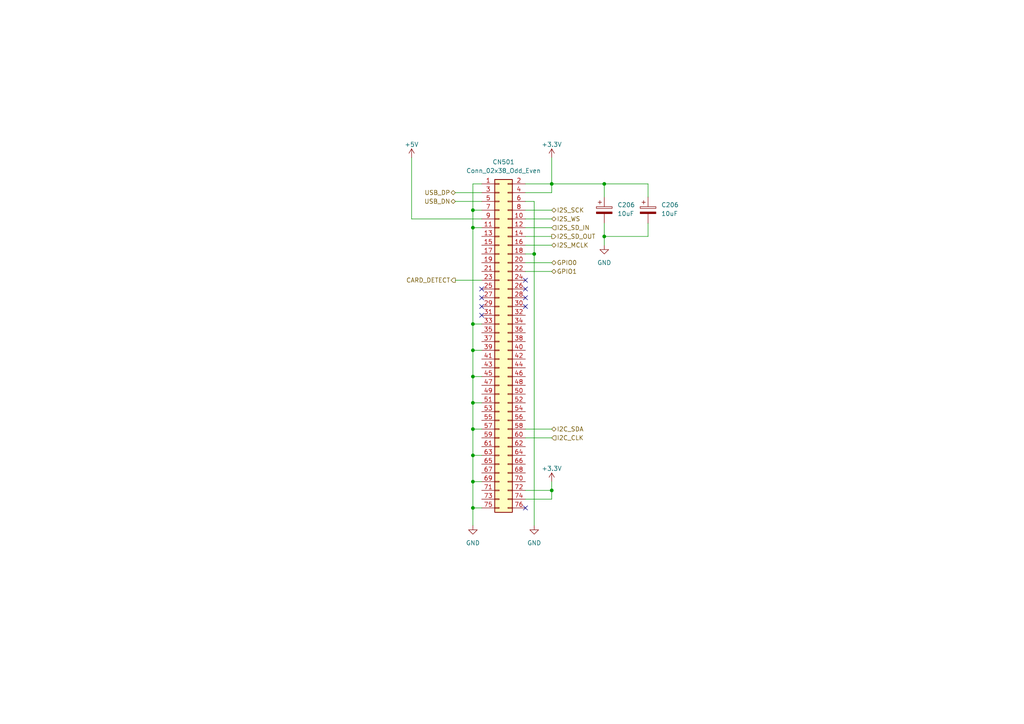
<source format=kicad_sch>
(kicad_sch (version 20230121) (generator eeschema)
  (paper "A4")
  (title_block (title "STM32 USB Audio Interface - SubBoard Connector") (date "2023-04-15") (rev "A"))
  (lib_symbols
    (symbol "Connector_Generic:Conn_02x38_Odd_Even" (pin_names (offset 1.016) hide)
      (property "Reference" "J" (at 1.27 48.26 0))
      (property "Value" "Conn_02x38_Odd_Even" (at 1.27 -50.8 0))
      (symbol "Conn_02x38_Odd_Even_1_1"
        (rectangle (start -1.27 -48.133) (end 0 -48.387) (stroke (width 0.1524)))
        (rectangle (start -1.27 -45.593) (end 0 -45.847) (stroke (width 0.1524)))
        (rectangle (start -1.27 -43.053) (end 0 -43.307) (stroke (width 0.1524)))
        (rectangle (start -1.27 -40.513) (end 0 -40.767) (stroke (width 0.1524)))
        (rectangle (start -1.27 -37.973) (end 0 -38.227) (stroke (width 0.1524)))
        (rectangle (start -1.27 -35.433) (end 0 -35.687) (stroke (width 0.1524)))
        (rectangle (start -1.27 -32.893) (end 0 -33.147) (stroke (width 0.1524)))
        (rectangle (start -1.27 -30.353) (end 0 -30.607) (stroke (width 0.1524)))
        (rectangle (start -1.27 -27.813) (end 0 -28.067) (stroke (width 0.1524)))
        (rectangle (start -1.27 -25.273) (end 0 -25.527) (stroke (width 0.1524)))
        (rectangle (start -1.27 -22.733) (end 0 -22.987) (stroke (width 0.1524)))
        (rectangle (start -1.27 -20.193) (end 0 -20.447) (stroke (width 0.1524)))
        (rectangle (start -1.27 -17.653) (end 0 -17.907) (stroke (width 0.1524)))
        (rectangle (start -1.27 -15.113) (end 0 -15.367) (stroke (width 0.1524)))
        (rectangle (start -1.27 -12.573) (end 0 -12.827) (stroke (width 0.1524)))
        (rectangle (start -1.27 -10.033) (end 0 -10.287) (stroke (width 0.1524)))
        (rectangle (start -1.27 -7.493) (end 0 -7.747) (stroke (width 0.1524)))
        (rectangle (start -1.27 -4.953) (end 0 -5.207) (stroke (width 0.1524)))
        (rectangle (start -1.27 -2.413) (end 0 -2.667) (stroke (width 0.1524)))
        (rectangle (start -1.27 0.127) (end 0 -0.127) (stroke (width 0.1524)))
        (rectangle (start -1.27 2.667) (end 0 2.413) (stroke (width 0.1524)))
        (rectangle (start -1.27 5.207) (end 0 4.953) (stroke (width 0.1524)))
        (rectangle (start -1.27 7.747) (end 0 7.493) (stroke (width 0.1524)))
        (rectangle (start -1.27 10.287) (end 0 10.033) (stroke (width 0.1524)))
        (rectangle (start -1.27 12.827) (end 0 12.573) (stroke (width 0.1524)))
        (rectangle (start -1.27 15.367) (end 0 15.113) (stroke (width 0.1524)))
        (rectangle (start -1.27 17.907) (end 0 17.653) (stroke (width 0.1524)))
        (rectangle (start -1.27 20.447) (end 0 20.193) (stroke (width 0.1524)))
        (rectangle (start -1.27 22.987) (end 0 22.733) (stroke (width 0.1524)))
        (rectangle (start -1.27 25.527) (end 0 25.273) (stroke (width 0.1524)))
        (rectangle (start -1.27 28.067) (end 0 27.813) (stroke (width 0.1524)))
        (rectangle (start -1.27 30.607) (end 0 30.353) (stroke (width 0.1524)))
        (rectangle (start -1.27 33.147) (end 0 32.893) (stroke (width 0.1524)))
        (rectangle (start -1.27 35.687) (end 0 35.433) (stroke (width 0.1524)))
        (rectangle (start -1.27 38.227) (end 0 37.973) (stroke (width 0.1524)))
        (rectangle (start -1.27 40.767) (end 0 40.513) (stroke (width 0.1524)))
        (rectangle (start -1.27 43.307) (end 0 43.053) (stroke (width 0.1524)))
        (rectangle (start -1.27 45.847) (end 0 45.593) (stroke (width 0.1524)))
        (rectangle (start -1.27 46.99) (end 3.81 -49.53) (stroke (width 0.254)) (fill (type background)))
        (rectangle (start 3.81 -48.133) (end 2.54 -48.387) (stroke (width 0.1524)))
        (rectangle (start 3.81 -45.593) (end 2.54 -45.847) (stroke (width 0.1524)))
        (rectangle (start 3.81 -43.053) (end 2.54 -43.307) (stroke (width 0.1524)))
        (rectangle (start 3.81 -40.513) (end 2.54 -40.767) (stroke (width 0.1524)))
        (rectangle (start 3.81 -37.973) (end 2.54 -38.227) (stroke (width 0.1524)))
        (rectangle (start 3.81 -35.433) (end 2.54 -35.687) (stroke (width 0.1524)))
        (rectangle (start 3.81 -32.893) (end 2.54 -33.147) (stroke (width 0.1524)))
        (rectangle (start 3.81 -30.353) (end 2.54 -30.607) (stroke (width 0.1524)))
        (rectangle (start 3.81 -27.813) (end 2.54 -28.067) (stroke (width 0.1524)))
        (rectangle (start 3.81 -25.273) (end 2.54 -25.527) (stroke (width 0.1524)))
        (rectangle (start 3.81 -22.733) (end 2.54 -22.987) (stroke (width 0.1524)))
        (rectangle (start 3.81 -20.193) (end 2.54 -20.447) (stroke (width 0.1524)))
        (rectangle (start 3.81 -17.653) (end 2.54 -17.907) (stroke (width 0.1524)))
        (rectangle (start 3.81 -15.113) (end 2.54 -15.367) (stroke (width 0.1524)))
        (rectangle (start 3.81 -12.573) (end 2.54 -12.827) (stroke (width 0.1524)))
        (rectangle (start 3.81 -10.033) (end 2.54 -10.287) (stroke (width 0.1524)))
        (rectangle (start 3.81 -7.493) (end 2.54 -7.747) (stroke (width 0.1524)))
        (rectangle (start 3.81 -4.953) (end 2.54 -5.207) (stroke (width 0.1524)))
        (rectangle (start 3.81 -2.413) (end 2.54 -2.667) (stroke (width 0.1524)))
        (rectangle (start 3.81 0.127) (end 2.54 -0.127) (stroke (width 0.1524)))
        (rectangle (start 3.81 2.667) (end 2.54 2.413) (stroke (width 0.1524)))
        (rectangle (start 3.81 5.207) (end 2.54 4.953) (stroke (width 0.1524)))
        (rectangle (start 3.81 7.747) (end 2.54 7.493) (stroke (width 0.1524)))
        (rectangle (start 3.81 10.287) (end 2.54 10.033) (stroke (width 0.1524)))
        (rectangle (start 3.81 12.827) (end 2.54 12.573) (stroke (width 0.1524)))
        (rectangle (start 3.81 15.367) (end 2.54 15.113) (stroke (width 0.1524)))
        (rectangle (start 3.81 17.907) (end 2.54 17.653) (stroke (width 0.1524)))
        (rectangle (start 3.81 20.447) (end 2.54 20.193) (stroke (width 0.1524)))
        (rectangle (start 3.81 22.987) (end 2.54 22.733) (stroke (width 0.1524)))
        (rectangle (start 3.81 25.527) (end 2.54 25.273) (stroke (width 0.1524)))
        (rectangle (start 3.81 28.067) (end 2.54 27.813) (stroke (width 0.1524)))
        (rectangle (start 3.81 30.607) (end 2.54 30.353) (stroke (width 0.1524)))
        (rectangle (start 3.81 33.147) (end 2.54 32.893) (stroke (width 0.1524)))
        (rectangle (start 3.81 35.687) (end 2.54 35.433) (stroke (width 0.1524)))
        (rectangle (start 3.81 38.227) (end 2.54 37.973) (stroke (width 0.1524)))
        (rectangle (start 3.81 40.767) (end 2.54 40.513) (stroke (width 0.1524)))
        (rectangle (start 3.81 43.307) (end 2.54 43.053) (stroke (width 0.1524)))
        (rectangle (start 3.81 45.847) (end 2.54 45.593) (stroke (width 0.1524)))
        (pin passive line (at -5.08 45.72 0) (length 3.81) (name "Pin_1") (number "1"))
        (pin passive line (at 7.62 35.56 180) (length 3.81) (name "Pin_10") (number "10"))
        (pin passive line (at -5.08 33.02 0) (length 3.81) (name "Pin_11") (number "11"))
        (pin passive line (at 7.62 33.02 180) (length 3.81) (name "Pin_12") (number "12"))
        (pin passive line (at -5.08 30.48 0) (length 3.81) (name "Pin_13") (number "13"))
        (pin passive line (at 7.62 30.48 180) (length 3.81) (name "Pin_14") (number "14"))
        (pin passive line (at -5.08 27.94 0) (length 3.81) (name "Pin_15") (number "15"))
        (pin passive line (at 7.62 27.94 180) (length 3.81) (name "Pin_16") (number "16"))
        (pin passive line (at -5.08 25.4 0) (length 3.81) (name "Pin_17") (number "17"))
        (pin passive line (at 7.62 25.4 180) (length 3.81) (name "Pin_18") (number "18"))
        (pin passive line (at -5.08 22.86 0) (length 3.81) (name "Pin_19") (number "19"))
        (pin passive line (at 7.62 45.72 180) (length 3.81) (name "Pin_2") (number "2"))
        (pin passive line (at 7.62 22.86 180) (length 3.81) (name "Pin_20") (number "20"))
        (pin passive line (at -5.08 20.32 0) (length 3.81) (name "Pin_21") (number "21"))
        (pin passive line (at 7.62 20.32 180) (length 3.81) (name "Pin_22") (number "22"))
        (pin passive line (at -5.08 17.78 0) (length 3.81) (name "Pin_23") (number "23"))
        (pin passive line (at 7.62 17.78 180) (length 3.81) (name "Pin_24") (number "24"))
        (pin passive line (at -5.08 15.24 0) (length 3.81) (name "Pin_25") (number "25"))
        (pin passive line (at 7.62 15.24 180) (length 3.81) (name "Pin_26") (number "26"))
        (pin passive line (at -5.08 12.7 0) (length 3.81) (name "Pin_27") (number "27"))
        (pin passive line (at 7.62 12.7 180) (length 3.81) (name "Pin_28") (number "28"))
        (pin passive line (at -5.08 10.16 0) (length 3.81) (name "Pin_29") (number "29"))
        (pin passive line (at -5.08 43.18 0) (length 3.81) (name "Pin_3") (number "3"))
        (pin passive line (at 7.62 10.16 180) (length 3.81) (name "Pin_30") (number "30"))
        (pin passive line (at -5.08 7.62 0) (length 3.81) (name "Pin_31") (number "31"))
        (pin passive line (at 7.62 7.62 180) (length 3.81) (name "Pin_32") (number "32"))
        (pin passive line (at -5.08 5.08 0) (length 3.81) (name "Pin_33") (number "33"))
        (pin passive line (at 7.62 5.08 180) (length 3.81) (name "Pin_34") (number "34"))
        (pin passive line (at -5.08 2.54 0) (length 3.81) (name "Pin_35") (number "35"))
        (pin passive line (at 7.62 2.54 180) (length 3.81) (name "Pin_36") (number "36"))
        (pin passive line (at -5.08 0 0) (length 3.81) (name "Pin_37") (number "37"))
        (pin passive line (at 7.62 0 180) (length 3.81) (name "Pin_38") (number "38"))
        (pin passive line (at -5.08 -2.54 0) (length 3.81) (name "Pin_39") (number "39"))
        (pin passive line (at 7.62 43.18 180) (length 3.81) (name "Pin_4") (number "4"))
        (pin passive line (at 7.62 -2.54 180) (length 3.81) (name "Pin_40") (number "40"))
        (pin passive line (at -5.08 -5.08 0) (length 3.81) (name "Pin_41") (number "41"))
        (pin passive line (at 7.62 -5.08 180) (length 3.81) (name "Pin_42") (number "42"))
        (pin passive line (at -5.08 -7.62 0) (length 3.81) (name "Pin_43") (number "43"))
        (pin passive line (at 7.62 -7.62 180) (length 3.81) (name "Pin_44") (number "44"))
        (pin passive line (at -5.08 -10.16 0) (length 3.81) (name "Pin_45") (number "45"))
        (pin passive line (at 7.62 -10.16 180) (length 3.81) (name "Pin_46") (number "46"))
        (pin passive line (at -5.08 -12.7 0) (length 3.81) (name "Pin_47") (number "47"))
        (pin passive line (at 7.62 -12.7 180) (length 3.81) (name "Pin_48") (number "48"))
        (pin passive line (at -5.08 -15.24 0) (length 3.81) (name "Pin_49") (number "49"))
        (pin passive line (at -5.08 40.64 0) (length 3.81) (name "Pin_5") (number "5"))
        (pin passive line (at 7.62 -15.24 180) (length 3.81) (name "Pin_50") (number "50"))
        (pin passive line (at -5.08 -17.78 0) (length 3.81) (name "Pin_51") (number "51"))
        (pin passive line (at 7.62 -17.78 180) (length 3.81) (name "Pin_52") (number "52"))
        (pin passive line (at -5.08 -20.32 0) (length 3.81) (name "Pin_53") (number "53"))
        (pin passive line (at 7.62 -20.32 180) (length 3.81) (name "Pin_54") (number "54"))
        (pin passive line (at -5.08 -22.86 0) (length 3.81) (name "Pin_55") (number "55"))
        (pin passive line (at 7.62 -22.86 180) (length 3.81) (name "Pin_56") (number "56"))
        (pin passive line (at -5.08 -25.4 0) (length 3.81) (name "Pin_57") (number "57"))
        (pin passive line (at 7.62 -25.4 180) (length 3.81) (name "Pin_58") (number "58"))
        (pin passive line (at -5.08 -27.94 0) (length 3.81) (name "Pin_59") (number "59"))
        (pin passive line (at 7.62 40.64 180) (length 3.81) (name "Pin_6") (number "6"))
        (pin passive line (at 7.62 -27.94 180) (length 3.81) (name "Pin_60") (number "60"))
        (pin passive line (at -5.08 -30.48 0) (length 3.81) (name "Pin_61") (number "61"))
        (pin passive line (at 7.62 -30.48 180) (length 3.81) (name "Pin_62") (number "62"))
        (pin passive line (at -5.08 -33.02 0) (length 3.81) (name "Pin_63") (number "63"))
        (pin passive line (at 7.62 -33.02 180) (length 3.81) (name "Pin_64") (number "64"))
        (pin passive line (at -5.08 -35.56 0) (length 3.81) (name "Pin_65") (number "65"))
        (pin passive line (at 7.62 -35.56 180) (length 3.81) (name "Pin_66") (number "66"))
        (pin passive line (at -5.08 -38.1 0) (length 3.81) (name "Pin_67") (number "67"))
        (pin passive line (at 7.62 -38.1 180) (length 3.81) (name "Pin_68") (number "68"))
        (pin passive line (at -5.08 -40.64 0) (length 3.81) (name "Pin_69") (number "69"))
        (pin passive line (at -5.08 38.1 0) (length 3.81) (name "Pin_7") (number "7"))
        (pin passive line (at 7.62 -40.64 180) (length 3.81) (name "Pin_70") (number "70"))
        (pin passive line (at -5.08 -43.18 0) (length 3.81) (name "Pin_71") (number "71"))
        (pin passive line (at 7.62 -43.18 180) (length 3.81) (name "Pin_72") (number "72"))
        (pin passive line (at -5.08 -45.72 0) (length 3.81) (name "Pin_73") (number "73"))
        (pin passive line (at 7.62 -45.72 180) (length 3.81) (name "Pin_74") (number "74"))
        (pin passive line (at -5.08 -48.26 0) (length 3.81) (name "Pin_75") (number "75"))
        (pin passive line (at 7.62 -48.26 180) (length 3.81) (name "Pin_76") (number "76"))
        (pin passive line (at 7.62 38.1 180) (length 3.81) (name "Pin_8") (number "8"))
        (pin passive line (at -5.08 35.56 0) (length 3.81) (name "Pin_9") (number "9"))
      )
    )
    (symbol "Device:C_Polarized" (pin_numbers hide) (pin_names (offset 0.254))
      (property "Reference" "C" (at 0.635 2.54 0))
      (property "Value" "C_Polarized" (at 0.635 -2.54 0))
      (symbol "C_Polarized_0_1"
        (rectangle (start -2.286 0.508) (end 2.286 1.016))
        (polyline (pts (xy -1.778 2.286) (xy -0.762 2.286)))
        (polyline (pts (xy -1.27 2.794) (xy -1.27 1.778)))
        (rectangle (start 2.286 -0.508) (end -2.286 -1.016) (fill (type outline)))
      )
      (symbol "C_Polarized_1_1"
        (pin passive line (at 0 3.81 270) (length 2.794) (name "~") (number "1"))
        (pin passive line (at 0 -3.81 90) (length 2.794) (name "~") (number "2"))
      )
    )
    (symbol "power:+3.3V" (power) (pin_names (offset 0))
      (property "Value" "+3.3V" (at 0 3.556 0))
      (symbol "+3.3V_0_1"
        (polyline (pts (xy -0.762 1.27) (xy 0 2.54)))
        (polyline (pts (xy 0 0) (xy 0 2.54)))
        (polyline (pts (xy 0 2.54) (xy 0.762 1.27)))
      )
      (symbol "+3.3V_1_1"
        (pin power_in line (at 0 0 90) (length 0) hide (name "+3.3V") (number "1"))
      )
    )
    (symbol "power:+5V" (power) (pin_names (offset 0))
      (property "Value" "+5V" (at 0 3.556 0))
      (symbol "+5V_0_1"
        (polyline (pts (xy -0.762 1.27) (xy 0 2.54)))
        (polyline (pts (xy 0 0) (xy 0 2.54)))
        (polyline (pts (xy 0 2.54) (xy 0.762 1.27)))
      )
      (symbol "+5V_1_1"
        (pin power_in line (at 0 0 90) (length 0) hide (name "+5V") (number "1"))
      )
    )
    (symbol "power:GND" (power) (pin_names (offset 0))
      (property "Value" "GND" (at 0 -3.81 0))
      (symbol "GND_0_1"
        (polyline (pts (xy 0 0) (xy 0 -1.27) (xy 1.27 -1.27) (xy 0 -2.54) (xy -1.27 -1.27) (xy 0 -1.27)))
      )
      (symbol "GND_1_1"
        (pin power_in line (at 0 0 270) (length 0) hide (name "GND") (number "1"))
      )
    )
  )
  (junction (at 137.16 60.96))
  (junction (at 137.16 101.6))
  (junction (at 137.16 139.7))
  (junction (at 154.94 73.66))
  (junction (at 137.16 147.32))
  (junction (at 175.26 53.34))
  (junction (at 137.16 93.98))
  (junction (at 160.02 53.34))
  (junction (at 137.16 109.22))
  (junction (at 175.26 68.58))
  (junction (at 137.16 132.08))
  (junction (at 137.16 66.04))
  (junction (at 160.02 142.24))
  (junction (at 137.16 116.84))
  (junction (at 137.16 124.46))
  (no_connect (at 152.4 81.28))
  (no_connect (at 152.4 147.32))
  (no_connect (at 139.7 88.9))
  (no_connect (at 139.7 86.36))
  (no_connect (at 152.4 83.82))
  (no_connect (at 152.4 86.36))
  (no_connect (at 139.7 91.44))
  (no_connect (at 139.7 83.82))
  (no_connect (at 152.4 88.9))
  (wire (pts (xy 152.4 60.96) (xy 160.02 60.96)))
  (wire (pts (xy 119.38 45.72) (xy 119.38 63.5)))
  (wire (pts (xy 152.4 142.24) (xy 160.02 142.24)))
  (wire (pts (xy 152.4 127) (xy 160.02 127)))
  (wire (pts (xy 152.4 68.58) (xy 160.02 68.58)))
  (wire (pts (xy 160.02 55.88) (xy 160.02 53.34)))
  (wire (pts (xy 137.16 66.04) (xy 137.16 93.98)))
  (wire (pts (xy 137.16 132.08) (xy 137.16 139.7)))
  (wire (pts (xy 152.4 55.88) (xy 160.02 55.88)))
  (wire (pts (xy 137.16 109.22) (xy 137.16 116.84)))
  (wire (pts (xy 137.16 139.7) (xy 137.16 147.32)))
  (wire (pts (xy 137.16 60.96) (xy 137.16 66.04)))
  (wire (pts (xy 137.16 124.46) (xy 139.7 124.46)))
  (wire (pts (xy 152.4 76.2) (xy 160.02 76.2)))
  (wire (pts (xy 137.16 139.7) (xy 139.7 139.7)))
  (wire (pts (xy 187.96 64.77) (xy 187.96 68.58)))
  (wire (pts (xy 152.4 58.42) (xy 154.94 58.42)))
  (wire (pts (xy 187.96 68.58) (xy 175.26 68.58)))
  (wire (pts (xy 132.08 81.28) (xy 139.7 81.28)))
  (wire (pts (xy 152.4 144.78) (xy 160.02 144.78)))
  (wire (pts (xy 152.4 73.66) (xy 154.94 73.66)))
  (wire (pts (xy 175.26 68.58) (xy 175.26 71.12)))
  (wire (pts (xy 137.16 124.46) (xy 137.16 132.08)))
  (wire (pts (xy 137.16 66.04) (xy 139.7 66.04)))
  (wire (pts (xy 152.4 124.46) (xy 160.02 124.46)))
  (wire (pts (xy 160.02 144.78) (xy 160.02 142.24)))
  (wire (pts (xy 187.96 53.34) (xy 175.26 53.34)))
  (wire (pts (xy 137.16 93.98) (xy 139.7 93.98)))
  (wire (pts (xy 160.02 139.7) (xy 160.02 142.24)))
  (wire (pts (xy 175.26 64.77) (xy 175.26 68.58)))
  (wire (pts (xy 154.94 58.42) (xy 154.94 73.66)))
  (wire (pts (xy 187.96 57.15) (xy 187.96 53.34)))
  (wire (pts (xy 152.4 78.74) (xy 160.02 78.74)))
  (wire (pts (xy 137.16 53.34) (xy 137.16 60.96)))
  (wire (pts (xy 160.02 53.34) (xy 175.26 53.34)))
  (wire (pts (xy 132.08 55.88) (xy 139.7 55.88)))
  (wire (pts (xy 132.08 58.42) (xy 139.7 58.42)))
  (wire (pts (xy 137.16 101.6) (xy 139.7 101.6)))
  (wire (pts (xy 137.16 132.08) (xy 139.7 132.08)))
  (wire (pts (xy 137.16 116.84) (xy 139.7 116.84)))
  (wire (pts (xy 160.02 45.72) (xy 160.02 53.34)))
  (wire (pts (xy 137.16 101.6) (xy 137.16 109.22)))
  (wire (pts (xy 175.26 53.34) (xy 175.26 57.15)))
  (wire (pts (xy 137.16 116.84) (xy 137.16 124.46)))
  (wire (pts (xy 137.16 60.96) (xy 139.7 60.96)))
  (wire (pts (xy 152.4 71.12) (xy 160.02 71.12)))
  (wire (pts (xy 139.7 147.32) (xy 137.16 147.32)))
  (wire (pts (xy 152.4 66.04) (xy 160.02 66.04)))
  (wire (pts (xy 119.38 63.5) (xy 139.7 63.5)))
  (wire (pts (xy 137.16 53.34) (xy 139.7 53.34)))
  (wire (pts (xy 137.16 93.98) (xy 137.16 101.6)))
  (wire (pts (xy 154.94 73.66) (xy 154.94 152.4)))
  (wire (pts (xy 137.16 109.22) (xy 139.7 109.22)))
  (wire (pts (xy 137.16 147.32) (xy 137.16 152.4)))
  (wire (pts (xy 152.4 53.34) (xy 160.02 53.34)))
  (wire (pts (xy 152.4 63.5) (xy 160.02 63.5)))
  (hierarchical_label "I2S_MCLK" (shape bidirectional) (at 160.02 71.12 0))
  (hierarchical_label "GPIO0" (shape bidirectional) (at 160.02 76.2 0))
  (hierarchical_label "USB_DN" (shape bidirectional) (at 132.08 58.42 180))
  (hierarchical_label "I2S_WS" (shape bidirectional) (at 160.02 63.5 0))
  (hierarchical_label "USB_DP" (shape bidirectional) (at 132.08 55.88 180))
  (hierarchical_label "I2C_SDA" (shape bidirectional) (at 160.02 124.46 0))
  (hierarchical_label "GPIO1" (shape bidirectional) (at 160.02 78.74 0))
  (hierarchical_label "I2S_SD_OUT" (shape output) (at 160.02 68.58 0))
  (hierarchical_label "I2S_SD_IN" (shape input) (at 160.02 66.04 0))
  (hierarchical_label "I2C_CLK" (shape input) (at 160.02 127 0))
  (hierarchical_label "CARD_DETECT" (shape output) (at 132.08 81.28 180))
  (hierarchical_label "I2S_SCK" (shape bidirectional) (at 160.02 60.96 0))
  (symbol (lib_id "Connector_Generic:Conn_02x38_Odd_Even") (at 144.78 99.06 0) (unit 1)
    (property "Reference" "CN501" (at 146.05 46.99 0))
    (property "Value" "Conn_02x38_Odd_Even" (at 146.05 49.53 0))
    (property "Footprint" "MyLibrary:APCI0143-P001A" (effects hide))
    (instances (project "STM32-USB-Audio-Board" (path "" (reference "CN501") (unit 1)) (path "" (reference "CN601") (unit 1))))
  )
  (symbol (lib_id "Device:C_Polarized") (at 175.26 60.96 0) (unit 1)
    (property "Reference" "C206" (at 179.07 59.436 0) (effects (justify left)))
    (property "Value" "10uF" (at 179.07 61.976 0) (effects (justify left)))
    (property "Footprint" "Capacitor_Tantalum_SMD:CP_EIA-3216-18_Kemet-A" (effects hide))
    (instances (project "Quad_RAK3172_Board" (path "" (reference "C206") (unit 1))) (project "STM32-USB-Audio-Board" (path "" (reference "C311") (unit 1)) (path "" (reference "C501") (unit 1)) (path "" (reference "C601") (unit 1))))
  )
  (symbol (lib_id "Device:C_Polarized") (at 187.96 60.96 0) (unit 1)
    (property "Reference" "C206" (at 191.77 59.436 0) (effects (justify left)))
    (property "Value" "10uF" (at 191.77 61.976 0) (effects (justify left)))
    (property "Footprint" "Capacitor_Tantalum_SMD:CP_EIA-3216-18_Kemet-A" (effects hide))
    (instances (project "Quad_RAK3172_Board" (path "" (reference "C206") (unit 1))) (project "STM32-USB-Audio-Board" (path "" (reference "C311") (unit 1)) (path "" (reference "C502") (unit 1)) (path "" (reference "C602") (unit 1))))
  )
  (symbol (lib_id "power:+3.3V") (at 160.02 139.7 0) (unit 1)
    (property "Reference" "#PWR0502" (effects hide))
    (property "Value" "+3.3V" (at 160.02 135.89 0))
    (instances (project "STM32-USB-Audio-Board" (path "" (reference "#PWR0502") (unit 1)) (path "" (reference "#PWR0602") (unit 1))))
  )
  (symbol (lib_id "power:GND") (at 137.16 152.4 0) (unit 1)
    (property "Reference" "#PWR0503" (effects hide))
    (property "Value" "GND" (at 137.16 157.48 0))
    (instances (project "STM32-USB-Audio-Board" (path "" (reference "#PWR0503") (unit 1)) (path "" (reference "#PWR0603") (unit 1))))
  )
  (symbol (lib_id "power:+3.3V") (at 160.02 45.72 0) (unit 1)
    (property "Reference" "#PWR0501" (effects hide))
    (property "Value" "+3.3V" (at 160.02 41.91 0))
    (instances (project "STM32-USB-Audio-Board" (path "" (reference "#PWR0501") (unit 1)) (path "" (reference "#PWR0601") (unit 1))))
  )
  (symbol (lib_id "power:GND") (at 154.94 152.4 0) (unit 1)
    (property "Reference" "#PWR0504" (effects hide))
    (property "Value" "GND" (at 154.94 157.48 0))
    (instances (project "STM32-USB-Audio-Board" (path "" (reference "#PWR0504") (unit 1)) (path "" (reference "#PWR0604") (unit 1))))
  )
  (symbol (lib_id "power:+5V") (at 119.38 45.72 0) (unit 1)
    (property "Reference" "#PWR0506" (effects hide))
    (property "Value" "+5V" (at 119.38 41.91 0))
    (instances (project "STM32-USB-Audio-Board" (path "" (reference "#PWR0506") (unit 1)) (path "" (reference "#PWR0606") (unit 1))))
  )
  (symbol (lib_id "power:GND") (at 175.26 71.12 0) (unit 1)
    (property "Reference" "#PWR0505" (effects hide))
    (property "Value" "GND" (at 175.26 76.2 0))
    (instances (project "STM32-USB-Audio-Board" (path "" (reference "#PWR0505") (unit 1)) (path "" (reference "#PWR0605") (unit 1))))
  )
)
</source>
